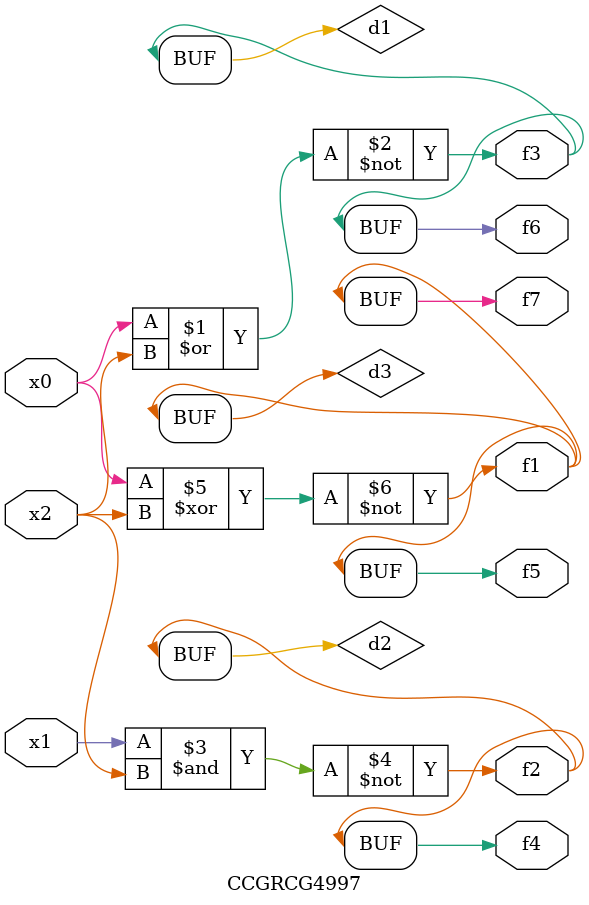
<source format=v>
module CCGRCG4997(
	input x0, x1, x2,
	output f1, f2, f3, f4, f5, f6, f7
);

	wire d1, d2, d3;

	nor (d1, x0, x2);
	nand (d2, x1, x2);
	xnor (d3, x0, x2);
	assign f1 = d3;
	assign f2 = d2;
	assign f3 = d1;
	assign f4 = d2;
	assign f5 = d3;
	assign f6 = d1;
	assign f7 = d3;
endmodule

</source>
